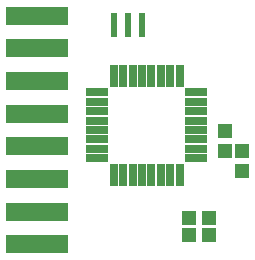
<source format=gbr>
G04 DipTrace 3.3.1.1*
G04 TopMask.gbr*
%MOIN*%
G04 #@! TF.FileFunction,Soldermask,Top*
G04 #@! TF.Part,Single*
%ADD30R,0.023628X0.082683*%
%ADD34R,0.074809X0.027565*%
%ADD36R,0.027565X0.074809*%
%ADD38R,0.04725X0.051187*%
%ADD40R,0.051187X0.04725*%
%ADD42R,0.20788X0.06238*%
%FSLAX26Y26*%
G04*
G70*
G90*
G75*
G01*
G04 TopMask*
%LPD*%
D42*
X499951Y424951D3*
Y533951D3*
Y642951D3*
Y751951D3*
Y860951D3*
Y969951D3*
Y1078951D3*
X500001Y1187990D3*
D40*
X1006200Y456200D3*
X1073129D3*
X1006200Y512449D3*
X1073129D3*
D38*
X1181200Y668700D3*
Y735629D3*
X1124951Y737449D3*
Y804378D3*
D36*
X974951Y987449D3*
X943455D3*
X911959D3*
X880462D3*
X848966D3*
X817470D3*
X785974D3*
X754478D3*
D34*
X699360Y932331D3*
Y900835D3*
Y869339D3*
Y837843D3*
Y806347D3*
Y774851D3*
Y743355D3*
Y711859D3*
D36*
X754478Y656741D3*
X785974D3*
X817470D3*
X848966D3*
X880462D3*
X911959D3*
X943455D3*
X974951D3*
D34*
X1030069Y711859D3*
Y743355D3*
Y774851D3*
Y806347D3*
Y837843D3*
Y869339D3*
Y900835D3*
Y932331D3*
D30*
X849949Y1156200D3*
X802705D3*
X755461D3*
M02*

</source>
